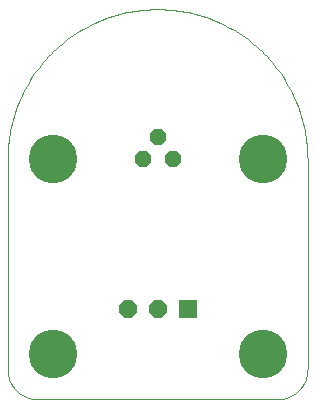
<source format=gts>
G75*
%MOIN*%
%OFA0B0*%
%FSLAX25Y25*%
%IPPOS*%
%LPD*%
%AMOC8*
5,1,8,0,0,1.08239X$1,22.5*
%
%ADD10OC8,0.05600*%
%ADD11OC8,0.06000*%
%ADD12R,0.06000X0.06000*%
%ADD13C,0.00000*%
%ADD14C,0.16211*%
D10*
X0051800Y0104006D03*
X0056800Y0111506D03*
X0061800Y0104006D03*
D11*
X0056800Y0054006D03*
X0046800Y0054006D03*
D12*
X0066800Y0054006D03*
D13*
X0096800Y0024006D02*
X0016800Y0024006D01*
X0016558Y0024009D01*
X0016317Y0024018D01*
X0016076Y0024032D01*
X0015835Y0024053D01*
X0015595Y0024079D01*
X0015355Y0024111D01*
X0015116Y0024149D01*
X0014879Y0024192D01*
X0014642Y0024242D01*
X0014407Y0024297D01*
X0014173Y0024357D01*
X0013941Y0024424D01*
X0013710Y0024495D01*
X0013481Y0024573D01*
X0013254Y0024656D01*
X0013029Y0024744D01*
X0012806Y0024838D01*
X0012586Y0024937D01*
X0012368Y0025042D01*
X0012153Y0025151D01*
X0011940Y0025266D01*
X0011730Y0025386D01*
X0011524Y0025511D01*
X0011320Y0025641D01*
X0011119Y0025776D01*
X0010922Y0025916D01*
X0010728Y0026060D01*
X0010538Y0026209D01*
X0010352Y0026363D01*
X0010169Y0026521D01*
X0009990Y0026683D01*
X0009815Y0026850D01*
X0009644Y0027021D01*
X0009477Y0027196D01*
X0009315Y0027375D01*
X0009157Y0027558D01*
X0009003Y0027744D01*
X0008854Y0027934D01*
X0008710Y0028128D01*
X0008570Y0028325D01*
X0008435Y0028526D01*
X0008305Y0028730D01*
X0008180Y0028936D01*
X0008060Y0029146D01*
X0007945Y0029359D01*
X0007836Y0029574D01*
X0007731Y0029792D01*
X0007632Y0030012D01*
X0007538Y0030235D01*
X0007450Y0030460D01*
X0007367Y0030687D01*
X0007289Y0030916D01*
X0007218Y0031147D01*
X0007151Y0031379D01*
X0007091Y0031613D01*
X0007036Y0031848D01*
X0006986Y0032085D01*
X0006943Y0032322D01*
X0006905Y0032561D01*
X0006873Y0032801D01*
X0006847Y0033041D01*
X0006826Y0033282D01*
X0006812Y0033523D01*
X0006803Y0033764D01*
X0006800Y0034006D01*
X0006800Y0104006D01*
X0006815Y0105224D01*
X0006859Y0106440D01*
X0006933Y0107656D01*
X0007037Y0108869D01*
X0007170Y0110079D01*
X0007333Y0111286D01*
X0007525Y0112488D01*
X0007746Y0113686D01*
X0007996Y0114878D01*
X0008275Y0116063D01*
X0008583Y0117241D01*
X0008920Y0118411D01*
X0009285Y0119573D01*
X0009678Y0120725D01*
X0010099Y0121868D01*
X0010548Y0122999D01*
X0011024Y0124120D01*
X0011528Y0125229D01*
X0012058Y0126325D01*
X0012615Y0127408D01*
X0013198Y0128477D01*
X0013806Y0129531D01*
X0014441Y0130571D01*
X0015100Y0131594D01*
X0015784Y0132602D01*
X0016493Y0133592D01*
X0017225Y0134565D01*
X0017981Y0135519D01*
X0018760Y0136455D01*
X0019561Y0137372D01*
X0020385Y0138269D01*
X0021230Y0139145D01*
X0022096Y0140001D01*
X0022983Y0140836D01*
X0023890Y0141648D01*
X0024816Y0142438D01*
X0025762Y0143206D01*
X0026725Y0143950D01*
X0027707Y0144670D01*
X0028706Y0145367D01*
X0029721Y0146039D01*
X0030753Y0146686D01*
X0031800Y0147307D01*
X0032862Y0147903D01*
X0033938Y0148473D01*
X0035027Y0149017D01*
X0036130Y0149533D01*
X0037245Y0150023D01*
X0038371Y0150486D01*
X0039508Y0150921D01*
X0040656Y0151328D01*
X0041813Y0151707D01*
X0042979Y0152058D01*
X0044153Y0152380D01*
X0045335Y0152674D01*
X0046524Y0152939D01*
X0047718Y0153174D01*
X0048918Y0153381D01*
X0050123Y0153558D01*
X0051331Y0153706D01*
X0052543Y0153824D01*
X0053758Y0153913D01*
X0054974Y0153973D01*
X0056191Y0154002D01*
X0057409Y0154002D01*
X0058626Y0153973D01*
X0059842Y0153913D01*
X0061057Y0153824D01*
X0062269Y0153706D01*
X0063477Y0153558D01*
X0064682Y0153381D01*
X0065882Y0153174D01*
X0067076Y0152939D01*
X0068265Y0152674D01*
X0069447Y0152380D01*
X0070621Y0152058D01*
X0071787Y0151707D01*
X0072944Y0151328D01*
X0074092Y0150921D01*
X0075229Y0150486D01*
X0076355Y0150023D01*
X0077470Y0149533D01*
X0078573Y0149017D01*
X0079662Y0148473D01*
X0080738Y0147903D01*
X0081800Y0147307D01*
X0082847Y0146686D01*
X0083879Y0146039D01*
X0084894Y0145367D01*
X0085893Y0144670D01*
X0086875Y0143950D01*
X0087838Y0143206D01*
X0088784Y0142438D01*
X0089710Y0141648D01*
X0090617Y0140836D01*
X0091504Y0140001D01*
X0092370Y0139145D01*
X0093215Y0138269D01*
X0094039Y0137372D01*
X0094840Y0136455D01*
X0095619Y0135519D01*
X0096375Y0134565D01*
X0097107Y0133592D01*
X0097816Y0132602D01*
X0098500Y0131594D01*
X0099159Y0130571D01*
X0099794Y0129531D01*
X0100402Y0128477D01*
X0100985Y0127408D01*
X0101542Y0126325D01*
X0102072Y0125229D01*
X0102576Y0124120D01*
X0103052Y0122999D01*
X0103501Y0121868D01*
X0103922Y0120725D01*
X0104315Y0119573D01*
X0104680Y0118411D01*
X0105017Y0117241D01*
X0105325Y0116063D01*
X0105604Y0114878D01*
X0105854Y0113686D01*
X0106075Y0112488D01*
X0106267Y0111286D01*
X0106430Y0110079D01*
X0106563Y0108869D01*
X0106667Y0107656D01*
X0106741Y0106440D01*
X0106785Y0105224D01*
X0106800Y0104006D01*
X0106800Y0034006D01*
X0106797Y0033764D01*
X0106788Y0033523D01*
X0106774Y0033282D01*
X0106753Y0033041D01*
X0106727Y0032801D01*
X0106695Y0032561D01*
X0106657Y0032322D01*
X0106614Y0032085D01*
X0106564Y0031848D01*
X0106509Y0031613D01*
X0106449Y0031379D01*
X0106382Y0031147D01*
X0106311Y0030916D01*
X0106233Y0030687D01*
X0106150Y0030460D01*
X0106062Y0030235D01*
X0105968Y0030012D01*
X0105869Y0029792D01*
X0105764Y0029574D01*
X0105655Y0029359D01*
X0105540Y0029146D01*
X0105420Y0028936D01*
X0105295Y0028730D01*
X0105165Y0028526D01*
X0105030Y0028325D01*
X0104890Y0028128D01*
X0104746Y0027934D01*
X0104597Y0027744D01*
X0104443Y0027558D01*
X0104285Y0027375D01*
X0104123Y0027196D01*
X0103956Y0027021D01*
X0103785Y0026850D01*
X0103610Y0026683D01*
X0103431Y0026521D01*
X0103248Y0026363D01*
X0103062Y0026209D01*
X0102872Y0026060D01*
X0102678Y0025916D01*
X0102481Y0025776D01*
X0102280Y0025641D01*
X0102076Y0025511D01*
X0101870Y0025386D01*
X0101660Y0025266D01*
X0101447Y0025151D01*
X0101232Y0025042D01*
X0101014Y0024937D01*
X0100794Y0024838D01*
X0100571Y0024744D01*
X0100346Y0024656D01*
X0100119Y0024573D01*
X0099890Y0024495D01*
X0099659Y0024424D01*
X0099427Y0024357D01*
X0099193Y0024297D01*
X0098958Y0024242D01*
X0098721Y0024192D01*
X0098484Y0024149D01*
X0098245Y0024111D01*
X0098005Y0024079D01*
X0097765Y0024053D01*
X0097524Y0024032D01*
X0097283Y0024018D01*
X0097042Y0024009D01*
X0096800Y0024006D01*
D14*
X0091800Y0039006D03*
X0091800Y0104006D03*
X0021800Y0104006D03*
X0021800Y0039006D03*
M02*

</source>
